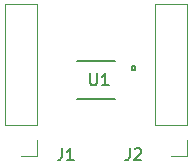
<source format=gbr>
%TF.GenerationSoftware,KiCad,Pcbnew,(5.1.6)-1*%
%TF.CreationDate,2020-11-03T09:44:00-08:00*%
%TF.ProjectId,Breakout_10TSSOP,42726561-6b6f-4757-945f-31305453534f,rev?*%
%TF.SameCoordinates,Original*%
%TF.FileFunction,Legend,Top*%
%TF.FilePolarity,Positive*%
%FSLAX46Y46*%
G04 Gerber Fmt 4.6, Leading zero omitted, Abs format (unit mm)*
G04 Created by KiCad (PCBNEW (5.1.6)-1) date 2020-11-03 09:44:00*
%MOMM*%
%LPD*%
G01*
G04 APERTURE LIST*
%ADD10C,0.120000*%
%ADD11C,0.152400*%
%ADD12C,0.150000*%
G04 APERTURE END LIST*
D10*
%TO.C,J1*%
X125155000Y-101540000D02*
X122495000Y-101540000D01*
X125155000Y-111760000D02*
X125155000Y-101540000D01*
X122495000Y-111760000D02*
X122495000Y-101540000D01*
X125155000Y-111760000D02*
X122495000Y-111760000D01*
X125155000Y-113030000D02*
X125155000Y-114360000D01*
X125155000Y-114360000D02*
X123825000Y-114360000D01*
%TO.C,J2*%
X137855000Y-114360000D02*
X136525000Y-114360000D01*
X137855000Y-113030000D02*
X137855000Y-114360000D01*
X137855000Y-111760000D02*
X135195000Y-111760000D01*
X135195000Y-111760000D02*
X135195000Y-101540000D01*
X137855000Y-111760000D02*
X137855000Y-101540000D01*
X137855000Y-101540000D02*
X135195000Y-101540000D01*
D11*
%TO.C,U1*%
X128549400Y-109575600D02*
X131800600Y-109575600D01*
X131800600Y-106324400D02*
X128549400Y-106324400D01*
X133489700Y-106759499D02*
X133489700Y-107140499D01*
X133489700Y-107140499D02*
X133235700Y-107140499D01*
X133235700Y-107140499D02*
X133235700Y-106759499D01*
X133235700Y-106759499D02*
X133489700Y-106759499D01*
%TO.C,J1*%
D12*
X127301666Y-113752380D02*
X127301666Y-114466666D01*
X127254047Y-114609523D01*
X127158809Y-114704761D01*
X127015952Y-114752380D01*
X126920714Y-114752380D01*
X128301666Y-114752380D02*
X127730238Y-114752380D01*
X128015952Y-114752380D02*
X128015952Y-113752380D01*
X127920714Y-113895238D01*
X127825476Y-113990476D01*
X127730238Y-114038095D01*
%TO.C,J2*%
X133016666Y-113752380D02*
X133016666Y-114466666D01*
X132969047Y-114609523D01*
X132873809Y-114704761D01*
X132730952Y-114752380D01*
X132635714Y-114752380D01*
X133445238Y-113847619D02*
X133492857Y-113800000D01*
X133588095Y-113752380D01*
X133826190Y-113752380D01*
X133921428Y-113800000D01*
X133969047Y-113847619D01*
X134016666Y-113942857D01*
X134016666Y-114038095D01*
X133969047Y-114180952D01*
X133397619Y-114752380D01*
X134016666Y-114752380D01*
%TO.C,U1*%
X129676194Y-107402380D02*
X129676194Y-108211904D01*
X129723813Y-108307142D01*
X129771432Y-108354761D01*
X129866670Y-108402380D01*
X130057146Y-108402380D01*
X130152384Y-108354761D01*
X130200003Y-108307142D01*
X130247622Y-108211904D01*
X130247622Y-107402380D01*
X131247622Y-108402380D02*
X130676194Y-108402380D01*
X130961908Y-108402380D02*
X130961908Y-107402380D01*
X130866670Y-107545238D01*
X130771432Y-107640476D01*
X130676194Y-107688095D01*
%TD*%
M02*

</source>
